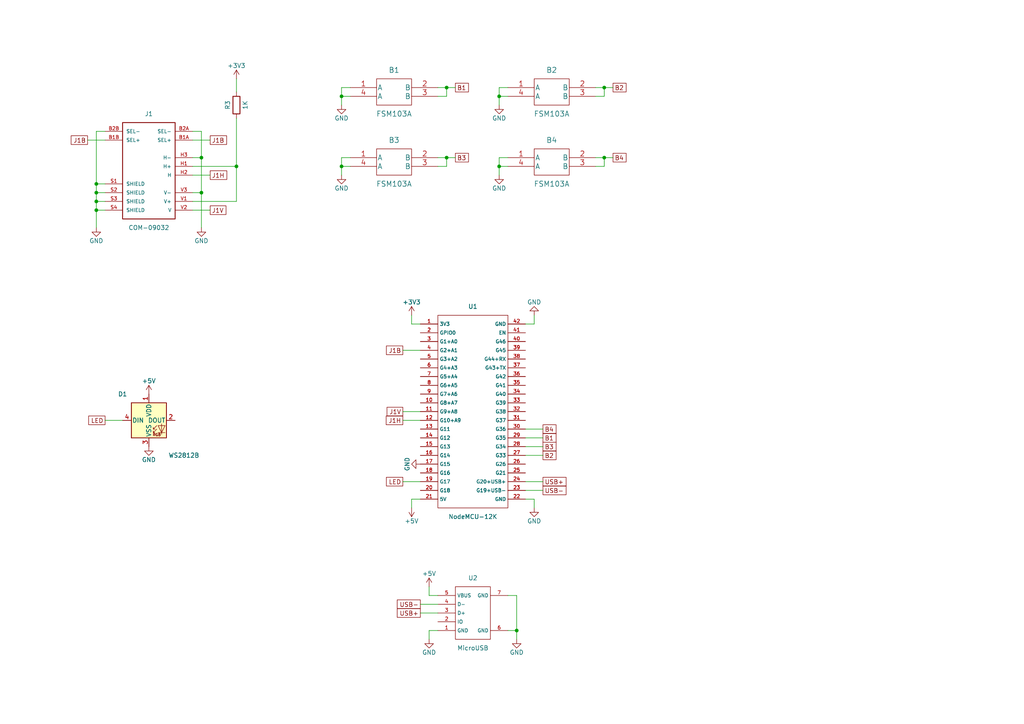
<source format=kicad_sch>
(kicad_sch (version 20211123) (generator eeschema)
  (paper "A4")
  (title_block (title "iluXPad") (date "2022-08-19"))
  (lib_symbols
    (symbol "Device:R" (pin_numbers hide) (pin_names (offset 0))
      (property "Reference" "R" (at 2.032 0 90))
      (property "Value" "R" (at 0 0 90))
      (symbol "R_0_1"
        (rectangle (start -1.016 -2.54) (end 1.016 2.54) (stroke (width 0.254)))
      )
      (symbol "R_1_1"
        (pin passive line (at 0 3.81 270) (length 1.27) (name "~") (number "1"))
        (pin passive line (at 0 -3.81 90) (length 1.27) (name "~") (number "2"))
      )
    )
    (symbol "FSM103A_6" (pin_names (offset 0.254))
      (property "Reference" "U" (at 0 7.62 0))
      (property "Value" "FSM103A_6" (at 0 -5.08 0))
      (symbol "FSM103A_6_0_0"
        (rectangle (start -5.08 5.08) (end 5.08 -2.54))
      )
      (symbol "FSM103A_6_1_1"
        (pin passive line (at -12.7 2.54 0) (length 7.62) (name "A") (number "1"))
        (pin passive line (at 12.7 2.54 180) (length 7.62) (name "B") (number "2"))
        (pin passive line (at 12.7 0 180) (length 7.62) (name "B") (number "3"))
        (pin passive line (at -12.7 0 0) (length 7.62) (name "A") (number "4"))
      )
    )
    (symbol "FSM103A_7" (pin_names (offset 0.254))
      (property "Reference" "U" (at 0 7.62 0))
      (property "Value" "FSM103A_7" (at 0 -5.08 0))
      (symbol "FSM103A_7_0_0"
        (rectangle (start -5.08 5.08) (end 5.08 -2.54))
      )
      (symbol "FSM103A_7_1_1"
        (pin passive line (at -12.7 2.54 0) (length 7.62) (name "A") (number "1"))
        (pin passive line (at 12.7 2.54 180) (length 7.62) (name "B") (number "2"))
        (pin passive line (at 12.7 0 180) (length 7.62) (name "B") (number "3"))
        (pin passive line (at -12.7 0 0) (length 7.62) (name "A") (number "4"))
      )
    )
    (symbol "LED:WS2812B" (pin_names (offset 0.254))
      (property "Reference" "D" (at 5.08 5.715 0))
      (property "Value" "WS2812B" (at 1.27 -5.715 0))
      (symbol "WS2812B_0_0"
        (text "RGB" (at 2.286 -4.191 0) (effects (font (size 0.762 0.762))))
      )
      (symbol "WS2812B_0_1"
        (polyline (pts (xy 1.27 -3.556) (xy 1.778 -3.556)))
        (polyline (pts (xy 1.27 -2.54) (xy 1.778 -2.54)))
        (polyline (pts (xy 4.699 -3.556) (xy 2.667 -3.556)))
        (polyline (pts (xy 2.286 -2.54) (xy 1.27 -3.556) (xy 1.27 -3.048)))
        (polyline (pts (xy 2.286 -1.524) (xy 1.27 -2.54) (xy 1.27 -2.032)))
        (polyline (pts (xy 3.683 -1.016) (xy 3.683 -3.556) (xy 3.683 -4.064)))
        (polyline (pts (xy 4.699 -1.524) (xy 2.667 -1.524) (xy 3.683 -3.556) (xy 4.699 -1.524)))
        (rectangle (start 5.08 5.08) (end -5.08 -5.08) (stroke (width 0.254)) (fill (type background)))
      )
      (symbol "WS2812B_1_1"
        (pin power_in line (at 0 7.62 270) (length 2.54) (name "VDD") (number "1"))
        (pin output line (at 7.62 0 180) (length 2.54) (name "DOUT") (number "2"))
        (pin power_in line (at 0 -7.62 90) (length 2.54) (name "VSS") (number "3"))
        (pin input line (at -7.62 0 0) (length 2.54) (name "DIN") (number "4"))
      )
    )
    (symbol "MXPAD:COM-09032" (pin_names (offset 1.016))
      (property "Reference" "U" (at 0 16.51 0))
      (property "Value" "COM-09032" (at 0 -15.24 0))
      (symbol "COM-09032_0_0"
        (rectangle (start -7.62 15.24) (end 7.62 -12.7) (stroke (width 0.254)))
        (pin passive line (at -12.7 -7.62 0) (length 5.08) (name "SEL+") (number "B1A"))
        (pin passive line (at 12.7 -7.62 180) (length 5.08) (name "SEL+") (number "B1B"))
        (pin passive line (at -12.7 -10.16 0) (length 5.08) (name "SEL-") (number "B2A"))
        (pin passive line (at 12.7 -10.16 180) (length 5.08) (name "SEL-") (number "B2B"))
        (pin passive line (at -12.7 0 0) (length 5.08) (name "H+") (number "H1"))
        (pin passive line (at -12.7 2.54 0) (length 5.08) (name "H") (number "H2"))
        (pin passive line (at -12.7 -2.54 0) (length 5.08) (name "H-") (number "H3"))
        (pin passive line (at 12.7 5.08 180) (length 5.08) (name "SHIELD") (number "S1"))
        (pin passive line (at 12.7 7.62 180) (length 5.08) (name "SHIELD") (number "S2"))
        (pin passive line (at 12.7 10.16 180) (length 5.08) (name "SHIELD") (number "S3"))
        (pin passive line (at 12.7 12.7 180) (length 5.08) (name "SHIELD") (number "S4"))
        (pin passive line (at -12.7 10.16 0) (length 5.08) (name "V+") (number "V1"))
        (pin passive line (at -12.7 12.7 0) (length 5.08) (name "V") (number "V2"))
        (pin passive line (at -12.7 7.62 0) (length 5.08) (name "V-") (number "V3"))
      )
    )
    (symbol "MXPAD:FSM103A" (pin_names (offset 0.254))
      (property "Reference" "U" (at 0 7.62 0))
      (property "Value" "FSM103A" (at 0 -5.08 0))
      (symbol "FSM103A_0_0"
        (rectangle (start -5.08 5.08) (end 5.08 -2.54))
      )
      (symbol "FSM103A_1_1"
        (pin passive line (at -12.7 2.54 0) (length 7.62) (name "A") (number "1"))
        (pin passive line (at 12.7 2.54 180) (length 7.62) (name "B") (number "2"))
        (pin passive line (at 12.7 0 180) (length 7.62) (name "B") (number "3"))
        (pin passive line (at -12.7 0 0) (length 7.62) (name "A") (number "4"))
      )
    )
    (symbol "MXPAD:MicroUSB"
      (property "Reference" "U" (at 0 10.16 0))
      (property "Value" "MicroUSB" (at 0 -10.16 0))
      (symbol "MicroUSB_0_0"
        (pin bidirectional line (at -10.16 -5.08 0) (length 5.08) (name "GND") (number "1"))
        (pin bidirectional line (at -10.16 -2.54 0) (length 5.08) (name "IO") (number "2"))
        (pin bidirectional line (at -10.16 0 0) (length 5.08) (name "D+") (number "3"))
        (pin bidirectional line (at -10.16 2.54 0) (length 5.08) (name "D-") (number "4"))
        (pin bidirectional line (at -10.16 5.08 0) (length 5.08) (name "VBUS") (number "5"))
        (pin bidirectional line (at 10.16 -5.08 180) (length 5.08) (name "GND") (number "6"))
        (pin bidirectional line (at 10.16 5.08 180) (length 5.08) (name "GND") (number "7"))
      )
      (symbol "MicroUSB_0_1"
        (rectangle (start -5.08 7.62) (end 5.08 -7.62))
      )
    )
    (symbol "MXPAD:NodeMCU-12K"
      (property "Reference" "U" (at 0 27.94 0))
      (property "Value" "NodeMCU-12K" (at 0 -33.02 0))
      (symbol "NodeMCU-12K_0_0"
        (pin bidirectional line (at -15.24 22.86 0) (length 5.08) (name "3V3") (number "1"))
        (pin bidirectional line (at -15.24 0 0) (length 5.08) (name "G8+A7") (number "10"))
        (pin bidirectional line (at -15.24 -2.54 0) (length 5.08) (name "G9+A8") (number "11"))
        (pin bidirectional line (at -15.24 -5.08 0) (length 5.08) (name "G10+A9") (number "12"))
        (pin bidirectional line (at -15.24 -7.62 0) (length 5.08) (name "G11") (number "13"))
        (pin bidirectional line (at -15.24 -10.16 0) (length 5.08) (name "G12") (number "14"))
        (pin bidirectional line (at -15.24 -12.7 0) (length 5.08) (name "G13") (number "15"))
        (pin bidirectional line (at -15.24 -15.24 0) (length 5.08) (name "G14") (number "16"))
        (pin bidirectional line (at -15.24 -17.78 0) (length 5.08) (name "G15") (number "17"))
        (pin bidirectional line (at -15.24 -20.32 0) (length 5.08) (name "G16") (number "18"))
        (pin bidirectional line (at -15.24 -22.86 0) (length 5.08) (name "G17") (number "19"))
        (pin bidirectional line (at -15.24 20.32 0) (length 5.08) (name "GPIO0") (number "2"))
        (pin bidirectional line (at -15.24 -25.4 0) (length 5.08) (name "G18") (number "20"))
        (pin bidirectional line (at -15.24 -27.94 0) (length 5.08) (name "5V") (number "21"))
        (pin bidirectional line (at 15.24 -27.94 180) (length 5.08) (name "GND") (number "22"))
        (pin bidirectional line (at 15.24 -25.4 180) (length 5.08) (name "G19+USB-") (number "23"))
        (pin bidirectional line (at 15.24 -22.86 180) (length 5.08) (name "G20+USB+") (number "24"))
        (pin bidirectional line (at 15.24 -20.32 180) (length 5.08) (name "G21") (number "25"))
        (pin bidirectional line (at 15.24 -17.78 180) (length 5.08) (name "G26") (number "26"))
        (pin bidirectional line (at 15.24 -15.24 180) (length 5.08) (name "G33") (number "27"))
        (pin bidirectional line (at 15.24 -12.7 180) (length 5.08) (name "G34") (number "28"))
        (pin bidirectional line (at 15.24 -10.16 180) (length 5.08) (name "G35") (number "29"))
        (pin bidirectional line (at -15.24 17.78 0) (length 5.08) (name "G1+A0") (number "3"))
        (pin bidirectional line (at 15.24 -7.62 180) (length 5.08) (name "G36") (number "30"))
        (pin bidirectional line (at 15.24 -5.08 180) (length 5.08) (name "G37") (number "31"))
        (pin bidirectional line (at 15.24 -2.54 180) (length 5.08) (name "G38") (number "32"))
        (pin bidirectional line (at 15.24 0 180) (length 5.08) (name "G39") (number "33"))
        (pin bidirectional line (at 15.24 2.54 180) (length 5.08) (name "G40") (number "34"))
        (pin bidirectional line (at 15.24 5.08 180) (length 5.08) (name "G41") (number "35"))
        (pin bidirectional line (at 15.24 7.62 180) (length 5.08) (name "G42") (number "36"))
        (pin bidirectional line (at 15.24 10.16 180) (length 5.08) (name "G43+TX") (number "37"))
        (pin bidirectional line (at 15.24 12.7 180) (length 5.08) (name "G44+RX") (number "38"))
        (pin bidirectional line (at 15.24 15.24 180) (length 5.08) (name "G45") (number "39"))
        (pin bidirectional line (at -15.24 15.24 0) (length 5.08) (name "G2+A1") (number "4"))
        (pin bidirectional line (at 15.24 17.78 180) (length 5.08) (name "G46") (number "40"))
        (pin bidirectional line (at 15.24 20.32 180) (length 5.08) (name "EN") (number "41"))
        (pin bidirectional line (at 15.24 22.86 180) (length 5.08) (name "GND") (number "42"))
        (pin bidirectional line (at -15.24 12.7 0) (length 5.08) (name "G3+A2") (number "5"))
        (pin bidirectional line (at -15.24 10.16 0) (length 5.08) (name "G4+A3") (number "6"))
        (pin bidirectional line (at -15.24 7.62 0) (length 5.08) (name "G5+A4") (number "7"))
        (pin bidirectional line (at -15.24 5.08 0) (length 5.08) (name "G6+A5") (number "8"))
        (pin bidirectional line (at -15.24 2.54 0) (length 5.08) (name "G7+A6") (number "9"))
      )
      (symbol "NodeMCU-12K_0_1"
        (rectangle (start -10.16 25.4) (end 10.16 -30.48))
        (rectangle (start -8.89 7.62) (end -8.89 7.62))
        (rectangle (start -8.89 7.62) (end -8.89 7.62))
        (rectangle (start -8.89 7.62) (end -8.89 7.62))
        (rectangle (start -8.89 7.62) (end -8.89 7.62))
      )
    )
    (symbol "power:+3V3" (power) (pin_names (offset 0))
      (property "Value" "+3V3" (at 0 3.556 0))
      (symbol "+3V3_0_1"
        (polyline (pts (xy -0.762 1.27) (xy 0 2.54)))
        (polyline (pts (xy 0 0) (xy 0 2.54)))
        (polyline (pts (xy 0 2.54) (xy 0.762 1.27)))
      )
      (symbol "+3V3_1_1"
        (pin power_in line (at 0 0 90) (length 0) hide (name "+3V3") (number "1"))
      )
    )
    (symbol "power:+5V" (power) (pin_names (offset 0))
      (property "Value" "+5V" (at 0 3.556 0))
      (symbol "+5V_0_1"
        (polyline (pts (xy -0.762 1.27) (xy 0 2.54)))
        (polyline (pts (xy 0 0) (xy 0 2.54)))
        (polyline (pts (xy 0 2.54) (xy 0.762 1.27)))
      )
      (symbol "+5V_1_1"
        (pin power_in line (at 0 0 90) (length 0) hide (name "+5V") (number "1"))
      )
    )
    (symbol "power:GND" (power) (pin_names (offset 0))
      (property "Value" "GND" (at 0 -3.81 0))
      (symbol "GND_0_1"
        (polyline (pts (xy 0 0) (xy 0 -1.27) (xy 1.27 -1.27) (xy 0 -2.54) (xy -1.27 -1.27) (xy 0 -1.27)))
      )
      (symbol "GND_1_1"
        (pin power_in line (at 0 0 270) (length 0) hide (name "GND") (number "1"))
      )
    )
  )
  (junction (at 27.94 53.34))
  (junction (at 129.54 45.72))
  (junction (at 68.58 48.26))
  (junction (at 58.42 55.88))
  (junction (at 149.86 182.88))
  (junction (at 175.26 45.72))
  (junction (at 58.42 45.72))
  (junction (at 27.94 58.42))
  (junction (at 129.54 25.4))
  (junction (at 27.94 60.96))
  (junction (at 27.94 55.88))
  (junction (at 175.26 25.4))
  (junction (at 99.06 48.26))
  (junction (at 144.78 48.26))
  (junction (at 144.78 27.94))
  (junction (at 99.06 27.94))
  (wire (pts (xy 27.94 53.34) (xy 30.48 53.34)))
  (wire (pts (xy 127 172.72) (xy 124.46 172.72)))
  (wire (pts (xy 144.78 25.4) (xy 147.32 25.4)))
  (wire (pts (xy 121.92 175.26) (xy 127 175.26)))
  (wire (pts (xy 55.88 45.72) (xy 58.42 45.72)))
  (wire (pts (xy 119.38 144.78) (xy 119.38 147.32)))
  (wire (pts (xy 99.06 27.94) (xy 99.06 25.4)))
  (wire (pts (xy 152.4 129.54) (xy 157.48 129.54)))
  (wire (pts (xy 27.94 60.96) (xy 27.94 58.42)))
  (wire (pts (xy 27.94 53.34) (xy 27.94 38.1)))
  (wire (pts (xy 152.4 93.98) (xy 154.94 93.98)))
  (wire (pts (xy 99.06 45.72) (xy 101.6 45.72)))
  (wire (pts (xy 121.92 144.78) (xy 119.38 144.78)))
  (wire (pts (xy 172.72 27.94) (xy 175.26 27.94)))
  (wire (pts (xy 116.84 119.38) (xy 121.92 119.38)))
  (wire (pts (xy 154.94 147.32) (xy 154.94 144.78)))
  (wire (pts (xy 149.86 182.88) (xy 147.32 182.88)))
  (wire (pts (xy 154.94 144.78) (xy 152.4 144.78)))
  (wire (pts (xy 55.88 40.64) (xy 60.96 40.64)))
  (wire (pts (xy 175.26 45.72) (xy 177.8 45.72)))
  (wire (pts (xy 25.4 40.64) (xy 30.48 40.64)))
  (wire (pts (xy 172.72 45.72) (xy 175.26 45.72)))
  (wire (pts (xy 152.4 142.24) (xy 157.48 142.24)))
  (wire (pts (xy 124.46 172.72) (xy 124.46 170.18)))
  (wire (pts (xy 121.92 93.98) (xy 119.38 93.98)))
  (wire (pts (xy 99.06 25.4) (xy 101.6 25.4)))
  (wire (pts (xy 99.06 27.94) (xy 101.6 27.94)))
  (wire (pts (xy 30.48 121.92) (xy 35.56 121.92)))
  (wire (pts (xy 55.88 50.8) (xy 60.96 50.8)))
  (wire (pts (xy 144.78 30.48) (xy 144.78 27.94)))
  (wire (pts (xy 124.46 185.42) (xy 124.46 182.88)))
  (wire (pts (xy 58.42 38.1) (xy 58.42 45.72)))
  (wire (pts (xy 144.78 27.94) (xy 144.78 25.4)))
  (wire (pts (xy 27.94 58.42) (xy 30.48 58.42)))
  (wire (pts (xy 27.94 55.88) (xy 30.48 55.88)))
  (wire (pts (xy 129.54 27.94) (xy 129.54 25.4)))
  (wire (pts (xy 172.72 48.26) (xy 175.26 48.26)))
  (wire (pts (xy 149.86 185.42) (xy 149.86 182.88)))
  (wire (pts (xy 55.88 55.88) (xy 58.42 55.88)))
  (wire (pts (xy 144.78 45.72) (xy 147.32 45.72)))
  (wire (pts (xy 127 48.26) (xy 129.54 48.26)))
  (wire (pts (xy 175.26 48.26) (xy 175.26 45.72)))
  (wire (pts (xy 149.86 182.88) (xy 149.86 172.72)))
  (wire (pts (xy 149.86 172.72) (xy 147.32 172.72)))
  (wire (pts (xy 55.88 60.96) (xy 60.96 60.96)))
  (wire (pts (xy 157.48 124.46) (xy 152.4 124.46)))
  (wire (pts (xy 127 45.72) (xy 129.54 45.72)))
  (wire (pts (xy 127 25.4) (xy 129.54 25.4)))
  (wire (pts (xy 116.84 101.6) (xy 121.92 101.6)))
  (wire (pts (xy 58.42 45.72) (xy 58.42 55.88)))
  (wire (pts (xy 175.26 27.94) (xy 175.26 25.4)))
  (wire (pts (xy 121.92 177.8) (xy 127 177.8)))
  (wire (pts (xy 175.26 25.4) (xy 177.8 25.4)))
  (wire (pts (xy 68.58 22.86) (xy 68.58 26.67)))
  (wire (pts (xy 58.42 55.88) (xy 58.42 66.04)))
  (wire (pts (xy 99.06 48.26) (xy 99.06 45.72)))
  (wire (pts (xy 124.46 182.88) (xy 127 182.88)))
  (wire (pts (xy 144.78 48.26) (xy 147.32 48.26)))
  (wire (pts (xy 27.94 66.04) (xy 27.94 60.96)))
  (wire (pts (xy 116.84 139.7) (xy 121.92 139.7)))
  (wire (pts (xy 99.06 50.8) (xy 99.06 48.26)))
  (wire (pts (xy 144.78 27.94) (xy 147.32 27.94)))
  (wire (pts (xy 27.94 60.96) (xy 30.48 60.96)))
  (wire (pts (xy 144.78 50.8) (xy 144.78 48.26)))
  (wire (pts (xy 55.88 38.1) (xy 58.42 38.1)))
  (wire (pts (xy 27.94 55.88) (xy 27.94 53.34)))
  (wire (pts (xy 152.4 127) (xy 157.48 127)))
  (wire (pts (xy 152.4 139.7) (xy 157.48 139.7)))
  (wire (pts (xy 157.48 132.08) (xy 152.4 132.08)))
  (wire (pts (xy 27.94 58.42) (xy 27.94 55.88)))
  (wire (pts (xy 129.54 45.72) (xy 132.08 45.72)))
  (wire (pts (xy 119.38 93.98) (xy 119.38 91.44)))
  (wire (pts (xy 99.06 48.26) (xy 101.6 48.26)))
  (wire (pts (xy 129.54 48.26) (xy 129.54 45.72)))
  (wire (pts (xy 129.54 25.4) (xy 132.08 25.4)))
  (wire (pts (xy 99.06 30.48) (xy 99.06 27.94)))
  (wire (pts (xy 68.58 48.26) (xy 68.58 58.42)))
  (wire (pts (xy 68.58 34.29) (xy 68.58 48.26)))
  (wire (pts (xy 127 27.94) (xy 129.54 27.94)))
  (wire (pts (xy 172.72 25.4) (xy 175.26 25.4)))
  (wire (pts (xy 116.84 121.92) (xy 121.92 121.92)))
  (wire (pts (xy 144.78 48.26) (xy 144.78 45.72)))
  (wire (pts (xy 27.94 38.1) (xy 30.48 38.1)))
  (wire (pts (xy 154.94 93.98) (xy 154.94 91.44)))
  (wire (pts (xy 55.88 48.26) (xy 68.58 48.26)))
  (wire (pts (xy 55.88 58.42) (xy 68.58 58.42)))
  (global_label "J1B" (shape passive) (at 116.84 101.6 180) (property "Intersheet References" "${INTERSHEET_REFS}" (effects hide)))
  (global_label "B3" (shape passive) (at 132.08 45.72 0) (property "Intersheet References" "${INTERSHEET_REFS}" (effects hide)))
  (global_label "B2" (shape passive) (at 157.48 132.08 0) (property "Intersheet References" "${INTERSHEET_REFS}" (effects hide)))
  (global_label "LED" (shape passive) (at 116.84 139.7 180) (property "Intersheet References" "${INTERSHEET_REFS}" (effects hide)))
  (global_label "J1B" (shape passive) (at 25.4 40.64 180) (property "Intersheet References" "${INTERSHEET_REFS}" (effects hide)))
  (global_label "J1H" (shape passive) (at 60.96 50.8 0) (property "Intersheet References" "${INTERSHEET_REFS}" (effects hide)))
  (global_label "B1" (shape passive) (at 132.08 25.4 0) (property "Intersheet References" "${INTERSHEET_REFS}" (effects hide)))
  (global_label "B2" (shape passive) (at 177.8 25.4 0) (property "Intersheet References" "${INTERSHEET_REFS}" (effects hide)))
  (global_label "B1" (shape passive) (at 157.48 127 0) (property "Intersheet References" "${INTERSHEET_REFS}" (effects hide)))
  (global_label "USB+" (shape passive) (at 121.92 177.8 180) (property "Intersheet References" "${INTERSHEET_REFS}" (effects hide)))
  (global_label "J1B" (shape passive) (at 60.96 40.64 0) (property "Intersheet References" "${INTERSHEET_REFS}" (effects hide)))
  (global_label "B3" (shape passive) (at 157.48 129.54 0) (property "Intersheet References" "${INTERSHEET_REFS}" (effects hide)))
  (global_label "J1H" (shape passive) (at 116.84 121.92 180) (property "Intersheet References" "${INTERSHEET_REFS}" (effects hide)))
  (global_label "B4" (shape passive) (at 177.8 45.72 0) (property "Intersheet References" "${INTERSHEET_REFS}" (effects hide)))
  (global_label "LED" (shape passive) (at 30.48 121.92 180) (property "Intersheet References" "${INTERSHEET_REFS}" (effects hide)))
  (global_label "B4" (shape passive) (at 157.48 124.46 0) (property "Intersheet References" "${INTERSHEET_REFS}" (effects hide)))
  (global_label "J1V" (shape passive) (at 60.96 60.96 0) (property "Intersheet References" "${INTERSHEET_REFS}" (effects hide)))
  (global_label "J1V" (shape passive) (at 116.84 119.38 180) (property "Intersheet References" "${INTERSHEET_REFS}" (effects hide)))
  (global_label "USB-" (shape passive) (at 121.92 175.26 180) (property "Intersheet References" "${INTERSHEET_REFS}" (effects hide)))
  (global_label "USB+" (shape passive) (at 157.48 139.7 0) (property "Intersheet References" "${INTERSHEET_REFS}" (effects hide)))
  (global_label "USB-" (shape passive) (at 157.48 142.24 0) (property "Intersheet References" "${INTERSHEET_REFS}" (effects hide)))
  (symbol (lib_id "MXPAD:COM-09032") (at 43.18 48.26 180) (unit 1)
    (property "Reference" "J1" (at 43.18 33.02 0))
    (property "Value" "COM-09032" (at 43.18 66.04 0))
    (property "Footprint" "MXPAD:COM-09032-SMD" (effects hide))
  )
  (symbol (lib_id "power:GND") (at 121.92 134.62 270) (unit 1)
    (property "Reference" "#PWR0102" (effects hide))
    (property "Value" "GND" (at 118.11 134.62 0))
  )
  (symbol (lib_id "power:+3V3") (at 119.38 91.44 0) (unit 1)
    (property "Reference" "#PWR011" (effects hide))
    (property "Value" "+3V3" (at 119.38 87.63 0))
  )
  (symbol (lib_id "power:GND") (at 149.86 185.42 0) (unit 1)
    (property "Reference" "#PWR017" (effects hide))
    (property "Value" "GND" (at 149.86 189.23 0))
  )
  (symbol (lib_id "power:GND") (at 124.46 185.42 0) (unit 1)
    (property "Reference" "#PWR015" (effects hide))
    (property "Value" "GND" (at 124.46 189.23 0))
  )
  (symbol (lib_name "FSM103A_7") (lib_id "MXPAD:FSM103A") (at 114.3 27.94 0) (unit 1)
    (property "Reference" "B1" (at 114.3 20.32 0) (effects (font (size 1.524 1.524))))
    (property "Value" "FSM103A" (at 114.3 33.02 0) (effects (font (size 1.524 1.524))))
    (property "Footprint" "MXPAD:FSM103A-SMD" (effects hide))
  )
  (symbol (lib_id "LED:WS2812B") (at 43.18 121.92 0) (unit 1)
    (property "Reference" "D1" (at 35.56 114.3 0))
    (property "Value" "WS2812B" (at 53.34 132.08 0))
    (property "Footprint" "LED_SMD:LED_WS2812B_PLCC4_5.0x5.0mm_P3.2mm" (effects hide))
    (property "Datasheet" "https://cdn-shop.adafruit.com/datasheets/WS2812B.pdf" (effects hide))
  )
  (symbol (lib_id "MXPAD:FSM103A") (at 160.02 48.26 0) (unit 1)
    (property "Reference" "B4" (at 160.02 40.64 0) (effects (font (size 1.524 1.524))))
    (property "Value" "FSM103A" (at 160.02 53.34 0) (effects (font (size 1.524 1.524))))
    (property "Footprint" "MXPAD:FSM103A-SMD" (effects hide))
  )
  (symbol (lib_id "power:GND") (at 99.06 50.8 0) (unit 1)
    (property "Reference" "#PWR022" (effects hide))
    (property "Value" "GND" (at 99.06 54.61 0))
  )
  (symbol (lib_id "MXPAD:MicroUSB") (at 137.16 177.8 0) (unit 1)
    (property "Reference" "U2" (at 137.16 167.64 0))
    (property "Value" "MicroUSB" (at 137.16 187.96 0))
    (property "Footprint" "MXPAD:MicroUSB" (effects hide))
  )
  (symbol (lib_id "power:GND") (at 27.94 66.04 0) (unit 1)
    (property "Reference" "#PWR01" (effects hide))
    (property "Value" "GND" (at 27.94 69.85 0))
  )
  (symbol (lib_id "power:GND") (at 144.78 50.8 0) (unit 1)
    (property "Reference" "#PWR023" (effects hide))
    (property "Value" "GND" (at 144.78 54.61 0))
  )
  (symbol (lib_id "power:+5V") (at 124.46 170.18 0) (unit 1)
    (property "Reference" "#PWR014" (effects hide))
    (property "Value" "+5V" (at 124.46 166.37 0))
  )
  (symbol (lib_id "power:GND") (at 43.18 129.54 0) (unit 1)
    (property "Reference" "#PWR04" (effects hide))
    (property "Value" "GND" (at 43.18 133.35 0))
  )
  (symbol (lib_id "power:+5V") (at 119.38 147.32 180) (unit 1)
    (property "Reference" "#PWR012" (effects hide))
    (property "Value" "+5V" (at 119.38 151.13 0))
  )
  (symbol (lib_id "power:GND") (at 154.94 91.44 180) (unit 1)
    (property "Reference" "#PWR018" (effects hide))
    (property "Value" "GND" (at 154.94 87.63 0))
  )
  (symbol (lib_id "power:+5V") (at 43.18 114.3 0) (unit 1)
    (property "Reference" "#PWR03" (effects hide))
    (property "Value" "+5V" (at 43.18 110.49 0))
  )
  (symbol (lib_id "power:GND") (at 144.78 30.48 0) (unit 1)
    (property "Reference" "#PWR016" (effects hide))
    (property "Value" "GND" (at 144.78 34.29 0))
  )
  (symbol (lib_id "MXPAD:NodeMCU-12K") (at 137.16 116.84 0) (unit 1)
    (property "Reference" "U1" (at 137.16 88.9 0))
    (property "Value" "NodeMCU-12K" (at 137.16 149.86 0))
    (property "Footprint" "MXPAD:NodeMCU-12K-SMD" (effects hide))
  )
  (symbol (lib_name "FSM103A_6") (lib_id "MXPAD:FSM103A") (at 160.02 27.94 0) (unit 1)
    (property "Reference" "B2" (at 160.02 20.32 0) (effects (font (size 1.524 1.524))))
    (property "Value" "FSM103A" (at 160.02 33.02 0) (effects (font (size 1.524 1.524))))
    (property "Footprint" "MXPAD:FSM103A-SMD" (effects hide))
  )
  (symbol (lib_id "power:GND") (at 58.42 66.04 0) (unit 1)
    (property "Reference" "#PWR05" (effects hide))
    (property "Value" "GND" (at 58.42 69.85 0))
  )
  (symbol (lib_id "power:GND") (at 154.94 147.32 0) (unit 1)
    (property "Reference" "#PWR019" (effects hide))
    (property "Value" "GND" (at 154.94 151.13 0))
  )
  (symbol (lib_id "power:GND") (at 99.06 30.48 0) (unit 1)
    (property "Reference" "#PWR08" (effects hide))
    (property "Value" "GND" (at 99.06 34.29 0))
  )
  (symbol (lib_id "MXPAD:FSM103A") (at 114.3 48.26 0) (unit 1)
    (property "Reference" "B3" (at 114.3 40.64 0) (effects (font (size 1.524 1.524))))
    (property "Value" "FSM103A" (at 114.3 53.34 0) (effects (font (size 1.524 1.524))))
    (property "Footprint" "MXPAD:FSM103A-SMD" (effects hide))
  )
  (symbol (lib_id "power:+3V3") (at 68.58 22.86 0) (unit 1)
    (property "Reference" "#PWR0101" (effects hide))
    (property "Value" "+3V3" (at 68.58 19.05 0))
  )
  (symbol (lib_id "Device:R") (at 68.58 30.48 180) (unit 1)
    (property "Reference" "R3" (at 66.04 30.48 90))
    (property "Value" "1K" (at 71.12 30.48 90))
    (property "Footprint" "Resistor_THT:R_Axial_DIN0207_L6.3mm_D2.5mm_P10.16mm_Horizontal" (effects hide))
  )
)
</source>
